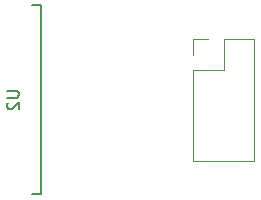
<source format=gbo>
G04 #@! TF.FileFunction,Legend,Bot*
%FSLAX46Y46*%
G04 Gerber Fmt 4.6, Leading zero omitted, Abs format (unit mm)*
G04 Created by KiCad (PCBNEW 4.0.7) date Thursday, 19 October 2017 'PMt' 19:38:29*
%MOMM*%
%LPD*%
G01*
G04 APERTURE LIST*
%ADD10C,0.100000*%
%ADD11C,0.152400*%
%ADD12C,0.120000*%
%ADD13C,0.150000*%
G04 APERTURE END LIST*
D10*
D11*
X209169000Y-110744000D02*
X209931000Y-110744000D01*
X209931000Y-110744000D02*
X209931000Y-126746000D01*
X209931000Y-126746000D02*
X209169000Y-126746000D01*
D12*
X222825000Y-116205000D02*
X222825000Y-123885000D01*
X222825000Y-123885000D02*
X228025000Y-123885000D01*
X228025000Y-123885000D02*
X228025000Y-113605000D01*
X228025000Y-113605000D02*
X225425000Y-113605000D01*
X225425000Y-113605000D02*
X225425000Y-116205000D01*
X225425000Y-116205000D02*
X222825000Y-116205000D01*
X222825000Y-114935000D02*
X222825000Y-113605000D01*
X222825000Y-113605000D02*
X224095000Y-113605000D01*
D13*
X207097381Y-117983095D02*
X207906905Y-117983095D01*
X208002143Y-118030714D01*
X208049762Y-118078333D01*
X208097381Y-118173571D01*
X208097381Y-118364048D01*
X208049762Y-118459286D01*
X208002143Y-118506905D01*
X207906905Y-118554524D01*
X207097381Y-118554524D01*
X207192619Y-118983095D02*
X207145000Y-119030714D01*
X207097381Y-119125952D01*
X207097381Y-119364048D01*
X207145000Y-119459286D01*
X207192619Y-119506905D01*
X207287857Y-119554524D01*
X207383095Y-119554524D01*
X207525952Y-119506905D01*
X208097381Y-118935476D01*
X208097381Y-119554524D01*
M02*

</source>
